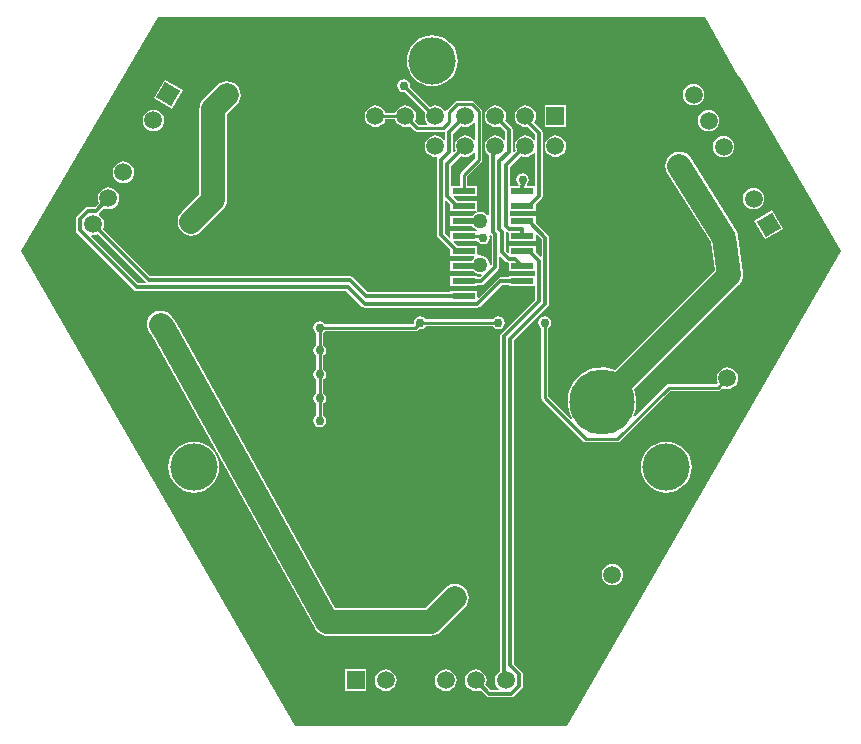
<source format=gbl>
G04*
G04 #@! TF.GenerationSoftware,Altium Limited,Altium Designer,18.1.11 (251)*
G04*
G04 Layer_Physical_Order=2*
G04 Layer_Color=16711680*
%FSLAX24Y24*%
%MOIN*%
G70*
G01*
G75*
%ADD15C,0.0100*%
%ADD50C,0.0800*%
%ADD51C,0.0120*%
%ADD53P,0.0835X4X165.0*%
%ADD54C,0.0591*%
%ADD55R,0.0591X0.0591*%
%ADD56P,0.0835X4X285.0*%
%ADD57P,0.3071X4X105.0*%
%ADD58C,0.2172*%
%ADD59C,0.0500*%
%ADD60C,0.0150*%
%ADD61C,0.0300*%
%ADD62C,0.1575*%
%ADD63R,0.0770X0.0210*%
G36*
X52988Y45651D02*
X52998Y45639D01*
X53006Y45627D01*
X53012Y45623D01*
X53016Y45618D01*
X53030Y45611D01*
X53043Y45602D01*
X53049Y45601D01*
X56420Y39800D01*
X47285Y23962D01*
X38215D01*
X29074Y39807D01*
X33664Y47588D01*
X51894D01*
X52988Y45651D01*
D02*
G37*
%LPC*%
G36*
X42800Y47002D02*
X42634Y46985D01*
X42474Y46937D01*
X42327Y46858D01*
X42198Y46752D01*
X42092Y46623D01*
X42013Y46476D01*
X41965Y46316D01*
X41948Y46150D01*
X41965Y45984D01*
X42013Y45824D01*
X42092Y45677D01*
X42198Y45548D01*
X42327Y45442D01*
X42474Y45363D01*
X42634Y45315D01*
X42800Y45299D01*
X42966Y45315D01*
X43126Y45363D01*
X43273Y45442D01*
X43402Y45548D01*
X43508Y45677D01*
X43587Y45824D01*
X43635Y45984D01*
X43651Y46150D01*
X43635Y46316D01*
X43587Y46476D01*
X43508Y46623D01*
X43402Y46752D01*
X43273Y46858D01*
X43126Y46937D01*
X42966Y46985D01*
X42800Y47002D01*
D02*
G37*
G36*
X51509Y45372D02*
X51417Y45360D01*
X51330Y45324D01*
X51256Y45267D01*
X51199Y45193D01*
X51163Y45107D01*
X51151Y45014D01*
X51163Y44921D01*
X51199Y44835D01*
X51256Y44761D01*
X51330Y44704D01*
X51417Y44668D01*
X51509Y44656D01*
X51602Y44668D01*
X51689Y44704D01*
X51763Y44761D01*
X51820Y44835D01*
X51855Y44921D01*
X51868Y45014D01*
X51855Y45107D01*
X51820Y45193D01*
X51763Y45267D01*
X51689Y45324D01*
X51602Y45360D01*
X51509Y45372D01*
D02*
G37*
G36*
X33875Y45514D02*
X33520Y44898D01*
X34136Y44543D01*
X34491Y45159D01*
X33875Y45514D01*
D02*
G37*
G36*
X41850Y45529D02*
X41768Y45513D01*
X41699Y45466D01*
X41652Y45397D01*
X41636Y45315D01*
X41652Y45233D01*
X41699Y45163D01*
X41768Y45117D01*
X41850Y45101D01*
X41884Y45108D01*
X42567Y44425D01*
X42554Y44393D01*
X42542Y44300D01*
X42554Y44207D01*
X42590Y44121D01*
X42639Y44057D01*
X42623Y44007D01*
X42352D01*
X42218Y44140D01*
X42246Y44207D01*
X42258Y44300D01*
X42246Y44393D01*
X42210Y44479D01*
X42153Y44553D01*
X42079Y44610D01*
X41993Y44646D01*
X41900Y44658D01*
X41807Y44646D01*
X41721Y44610D01*
X41647Y44553D01*
X41590Y44479D01*
X41562Y44412D01*
X41238D01*
X41210Y44479D01*
X41153Y44553D01*
X41079Y44610D01*
X40993Y44646D01*
X40900Y44658D01*
X40807Y44646D01*
X40721Y44610D01*
X40647Y44553D01*
X40590Y44479D01*
X40554Y44393D01*
X40542Y44300D01*
X40554Y44207D01*
X40590Y44121D01*
X40647Y44047D01*
X40721Y43990D01*
X40807Y43954D01*
X40900Y43942D01*
X40993Y43954D01*
X41079Y43990D01*
X41153Y44047D01*
X41210Y44121D01*
X41238Y44188D01*
X41562D01*
X41590Y44121D01*
X41647Y44047D01*
X41721Y43990D01*
X41807Y43954D01*
X41900Y43942D01*
X41993Y43954D01*
X42060Y43982D01*
X42226Y43815D01*
X42226Y43815D01*
X42262Y43791D01*
X42305Y43783D01*
X42305Y43783D01*
X43141D01*
X43141Y43783D01*
X43184Y43791D01*
X43190Y43795D01*
X43235Y43765D01*
X43233Y43755D01*
Y43532D01*
X43183Y43515D01*
X43153Y43553D01*
X43079Y43610D01*
X42993Y43646D01*
X42900Y43658D01*
X42807Y43646D01*
X42721Y43610D01*
X42647Y43553D01*
X42590Y43479D01*
X42554Y43393D01*
X42542Y43300D01*
X42554Y43207D01*
X42590Y43121D01*
X42647Y43047D01*
X42721Y42990D01*
X42807Y42954D01*
X42900Y42942D01*
X42952Y42949D01*
X42981Y42902D01*
X42972Y42888D01*
X42963Y42841D01*
Y40349D01*
X42972Y40302D01*
X42998Y40262D01*
X43405Y39856D01*
Y39635D01*
X44180D01*
X44197Y39585D01*
X44179Y39571D01*
X44129Y39506D01*
X44112Y39465D01*
X43405D01*
Y39135D01*
X44174D01*
X44179Y39129D01*
X44244Y39079D01*
X44319Y39048D01*
X44400Y39037D01*
X44427Y39041D01*
X44450Y38994D01*
X44379Y38922D01*
X44295D01*
Y38965D01*
X43405D01*
Y38635D01*
X44295D01*
Y38678D01*
X44430D01*
X44477Y38687D01*
X44516Y38713D01*
X44987Y39184D01*
X45013Y39223D01*
X45022Y39270D01*
Y39618D01*
X45072Y39638D01*
X45262Y39448D01*
X45302Y39422D01*
X45349Y39413D01*
X45355D01*
Y39135D01*
X46223D01*
Y38965D01*
X45355D01*
Y38922D01*
X45066D01*
X45019Y38913D01*
X44980Y38887D01*
X44341Y38248D01*
X44295Y38267D01*
Y38465D01*
X43405D01*
Y38422D01*
X40651D01*
X40137Y38937D01*
X40097Y38963D01*
X40050Y38972D01*
X33405D01*
X31828Y40549D01*
X31852Y40606D01*
X31864Y40698D01*
X31852Y40791D01*
X31816Y40877D01*
X31759Y40952D01*
X31685Y41009D01*
X31684Y41009D01*
X31679Y41065D01*
X31681Y41067D01*
X31856Y41242D01*
X31913Y41218D01*
X32006Y41206D01*
X32098Y41218D01*
X32185Y41254D01*
X32259Y41311D01*
X32316Y41385D01*
X32352Y41472D01*
X32364Y41564D01*
X32352Y41657D01*
X32316Y41744D01*
X32259Y41818D01*
X32185Y41875D01*
X32098Y41910D01*
X32006Y41923D01*
X31913Y41910D01*
X31826Y41875D01*
X31752Y41818D01*
X31695Y41744D01*
X31659Y41657D01*
X31647Y41564D01*
X31659Y41472D01*
X31683Y41415D01*
X31544Y41276D01*
X31317D01*
X31270Y41267D01*
X31230Y41240D01*
X30964Y40973D01*
X30937Y40934D01*
X30928Y40887D01*
Y40500D01*
X30937Y40453D01*
X30964Y40413D01*
X32863Y38513D01*
X32903Y38487D01*
X32950Y38478D01*
X39938D01*
X40467Y37948D01*
X40507Y37922D01*
X40554Y37913D01*
X44301D01*
X44348Y37922D01*
X44388Y37948D01*
X45117Y38678D01*
X45355D01*
Y38635D01*
X46223D01*
Y38179D01*
X45092Y37048D01*
X45065Y37009D01*
X45056Y36962D01*
Y25799D01*
X44997Y25753D01*
X44940Y25679D01*
X44904Y25593D01*
X44892Y25500D01*
X44904Y25407D01*
X44940Y25321D01*
X44997Y25247D01*
X45035Y25217D01*
X45018Y25167D01*
X44756D01*
X44573Y25350D01*
X44596Y25407D01*
X44608Y25500D01*
X44596Y25593D01*
X44560Y25679D01*
X44503Y25753D01*
X44429Y25810D01*
X44343Y25846D01*
X44250Y25858D01*
X44157Y25846D01*
X44071Y25810D01*
X43997Y25753D01*
X43940Y25679D01*
X43904Y25593D01*
X43892Y25500D01*
X43904Y25407D01*
X43940Y25321D01*
X43997Y25247D01*
X44071Y25190D01*
X44157Y25154D01*
X44250Y25142D01*
X44343Y25154D01*
X44400Y25177D01*
X44619Y24958D01*
X44658Y24932D01*
X44705Y24922D01*
X45439D01*
X45485Y24932D01*
X45525Y24958D01*
X45792Y25225D01*
X45818Y25265D01*
X45828Y25311D01*
Y25689D01*
X45818Y25735D01*
X45792Y25775D01*
X45520Y26046D01*
Y36820D01*
X46657Y37956D01*
X46683Y37996D01*
X46692Y38043D01*
Y40246D01*
X46683Y40293D01*
X46657Y40333D01*
X46245Y40744D01*
Y40965D01*
X45377D01*
Y41135D01*
X46245D01*
Y41356D01*
X46442Y41552D01*
X46468Y41592D01*
X46478Y41639D01*
Y43745D01*
X46468Y43792D01*
X46442Y43831D01*
X46185Y44088D01*
X46210Y44121D01*
X46246Y44207D01*
X46258Y44300D01*
X46246Y44393D01*
X46210Y44479D01*
X46153Y44553D01*
X46079Y44610D01*
X45993Y44646D01*
X45900Y44658D01*
X45807Y44646D01*
X45721Y44610D01*
X45647Y44553D01*
X45590Y44479D01*
X45554Y44393D01*
X45542Y44300D01*
X45554Y44207D01*
X45590Y44121D01*
X45647Y44047D01*
X45721Y43990D01*
X45807Y43954D01*
X45900Y43942D01*
X45975Y43952D01*
X46233Y43694D01*
Y43532D01*
X46183Y43515D01*
X46153Y43553D01*
X46079Y43610D01*
X45993Y43646D01*
X45900Y43658D01*
X45807Y43646D01*
X45721Y43610D01*
X45647Y43553D01*
X45590Y43479D01*
X45554Y43393D01*
X45542Y43300D01*
X45554Y43207D01*
X45577Y43150D01*
X45526Y43099D01*
X45502Y43105D01*
X45478Y43121D01*
Y43845D01*
X45468Y43892D01*
X45442Y43931D01*
X45223Y44150D01*
X45246Y44207D01*
X45258Y44300D01*
X45246Y44393D01*
X45210Y44479D01*
X45153Y44553D01*
X45079Y44610D01*
X44993Y44646D01*
X44900Y44658D01*
X44807Y44646D01*
X44721Y44610D01*
X44647Y44553D01*
X44590Y44479D01*
X44554Y44393D01*
X44542Y44300D01*
X44554Y44207D01*
X44590Y44121D01*
X44647Y44047D01*
X44721Y43990D01*
X44807Y43954D01*
X44900Y43942D01*
X44993Y43954D01*
X45050Y43977D01*
X45233Y43794D01*
Y43532D01*
X45183Y43515D01*
X45153Y43553D01*
X45079Y43610D01*
X44993Y43646D01*
X44900Y43658D01*
X44807Y43646D01*
X44721Y43610D01*
X44647Y43553D01*
X44590Y43479D01*
X44554Y43393D01*
X44542Y43300D01*
X44554Y43207D01*
X44590Y43121D01*
X44647Y43047D01*
X44693Y43011D01*
Y41010D01*
X44643Y40993D01*
X44621Y41021D01*
X44556Y41071D01*
X44481Y41102D01*
X44400Y41113D01*
X44370Y41109D01*
X44324Y41112D01*
X44295Y41146D01*
X44295Y41146D01*
X44295Y41174D01*
Y41465D01*
X43642D01*
X43518Y41589D01*
X43537Y41635D01*
X44295D01*
Y41965D01*
X43962D01*
Y42304D01*
X44429Y42771D01*
X44429Y42771D01*
X44454Y42807D01*
X44462Y42850D01*
X44462Y42850D01*
Y44471D01*
X44462Y44471D01*
X44454Y44514D01*
X44429Y44551D01*
X44429Y44551D01*
X44195Y44785D01*
X44159Y44809D01*
X44116Y44817D01*
X44116Y44817D01*
X43625D01*
X43625Y44817D01*
X43582Y44809D01*
X43545Y44785D01*
X43545Y44785D01*
X43276Y44515D01*
X43260Y44491D01*
X43237Y44486D01*
X43220Y44485D01*
X43203Y44489D01*
X43153Y44553D01*
X43079Y44610D01*
X42993Y44646D01*
X42900Y44658D01*
X42807Y44646D01*
X42726Y44612D01*
X42057Y45281D01*
X42064Y45315D01*
X42048Y45397D01*
X42001Y45466D01*
X41932Y45513D01*
X41850Y45529D01*
D02*
G37*
G36*
X47255Y44655D02*
X46545D01*
Y43945D01*
X47255D01*
Y44655D01*
D02*
G37*
G36*
X33506Y44521D02*
X33413Y44509D01*
X33326Y44473D01*
X33252Y44416D01*
X33195Y44342D01*
X33159Y44255D01*
X33147Y44162D01*
X33159Y44070D01*
X33195Y43983D01*
X33252Y43909D01*
X33326Y43852D01*
X33413Y43816D01*
X33506Y43804D01*
X33598Y43816D01*
X33685Y43852D01*
X33759Y43909D01*
X33816Y43983D01*
X33852Y44070D01*
X33864Y44162D01*
X33852Y44255D01*
X33816Y44342D01*
X33759Y44416D01*
X33685Y44473D01*
X33598Y44509D01*
X33506Y44521D01*
D02*
G37*
G36*
X52009Y44506D02*
X51917Y44494D01*
X51830Y44458D01*
X51756Y44401D01*
X51699Y44327D01*
X51663Y44241D01*
X51651Y44148D01*
X51663Y44055D01*
X51699Y43969D01*
X51756Y43895D01*
X51830Y43838D01*
X51917Y43802D01*
X52009Y43790D01*
X52102Y43802D01*
X52189Y43838D01*
X52263Y43895D01*
X52320Y43969D01*
X52355Y44055D01*
X52368Y44148D01*
X52355Y44241D01*
X52320Y44327D01*
X52263Y44401D01*
X52189Y44458D01*
X52102Y44494D01*
X52009Y44506D01*
D02*
G37*
G36*
X46900Y43658D02*
X46807Y43646D01*
X46721Y43610D01*
X46647Y43553D01*
X46590Y43479D01*
X46554Y43393D01*
X46542Y43300D01*
X46554Y43207D01*
X46590Y43121D01*
X46647Y43047D01*
X46721Y42990D01*
X46807Y42954D01*
X46900Y42942D01*
X46993Y42954D01*
X47079Y42990D01*
X47153Y43047D01*
X47210Y43121D01*
X47246Y43207D01*
X47258Y43300D01*
X47246Y43393D01*
X47210Y43479D01*
X47153Y43553D01*
X47079Y43610D01*
X46993Y43646D01*
X46900Y43658D01*
D02*
G37*
G36*
X52509Y43640D02*
X52417Y43628D01*
X52330Y43592D01*
X52256Y43535D01*
X52199Y43461D01*
X52163Y43375D01*
X52151Y43282D01*
X52163Y43189D01*
X52199Y43103D01*
X52256Y43029D01*
X52330Y42972D01*
X52417Y42936D01*
X52509Y42924D01*
X52602Y42936D01*
X52689Y42972D01*
X52763Y43029D01*
X52820Y43103D01*
X52855Y43189D01*
X52868Y43282D01*
X52855Y43375D01*
X52820Y43461D01*
X52763Y43535D01*
X52689Y43592D01*
X52602Y43628D01*
X52509Y43640D01*
D02*
G37*
G36*
X32506Y42789D02*
X32413Y42777D01*
X32326Y42741D01*
X32252Y42684D01*
X32195Y42610D01*
X32159Y42523D01*
X32147Y42430D01*
X32159Y42338D01*
X32195Y42251D01*
X32252Y42177D01*
X32326Y42120D01*
X32413Y42084D01*
X32506Y42072D01*
X32598Y42084D01*
X32685Y42120D01*
X32759Y42177D01*
X32816Y42251D01*
X32852Y42338D01*
X32864Y42430D01*
X32852Y42523D01*
X32816Y42610D01*
X32759Y42684D01*
X32685Y42741D01*
X32598Y42777D01*
X32506Y42789D01*
D02*
G37*
G36*
X53509Y41908D02*
X53417Y41896D01*
X53330Y41860D01*
X53256Y41803D01*
X53199Y41729D01*
X53163Y41643D01*
X53151Y41550D01*
X53163Y41457D01*
X53199Y41371D01*
X53256Y41297D01*
X53330Y41240D01*
X53417Y41204D01*
X53509Y41192D01*
X53602Y41204D01*
X53689Y41240D01*
X53763Y41297D01*
X53820Y41371D01*
X53855Y41457D01*
X53868Y41550D01*
X53855Y41643D01*
X53820Y41729D01*
X53763Y41803D01*
X53689Y41860D01*
X53602Y41896D01*
X53509Y41908D01*
D02*
G37*
G36*
X35950Y45464D02*
X35830Y45448D01*
X35718Y45402D01*
X35622Y45328D01*
X35172Y44878D01*
X35098Y44782D01*
X35052Y44670D01*
X35044Y44610D01*
X35036Y44550D01*
X35036Y44550D01*
Y41707D01*
X34443Y41113D01*
X34369Y41017D01*
X34323Y40905D01*
X34307Y40785D01*
X34323Y40665D01*
X34369Y40553D01*
X34443Y40457D01*
X34539Y40383D01*
X34651Y40337D01*
X34771Y40321D01*
X34891Y40337D01*
X35003Y40383D01*
X35099Y40457D01*
X35828Y41186D01*
X35828Y41186D01*
X35902Y41282D01*
X35948Y41394D01*
X35956Y41454D01*
X35964Y41514D01*
X35964Y41514D01*
Y44358D01*
X36278Y44672D01*
X36352Y44768D01*
X36398Y44880D01*
X36414Y45000D01*
X36398Y45120D01*
X36352Y45232D01*
X36278Y45328D01*
X36182Y45402D01*
X36070Y45448D01*
X35950Y45464D01*
D02*
G37*
G36*
X54139Y41169D02*
X53524Y40814D01*
X53879Y40199D01*
X54495Y40554D01*
X54139Y41169D01*
D02*
G37*
G36*
X45000Y37626D02*
X44918Y37610D01*
X44849Y37563D01*
X44822Y37524D01*
X42578D01*
X42551Y37563D01*
X42482Y37610D01*
X42400Y37626D01*
X42318Y37610D01*
X42249Y37563D01*
X42202Y37494D01*
X42186Y37412D01*
X42145Y37362D01*
X39228D01*
X39201Y37401D01*
X39132Y37448D01*
X39050Y37464D01*
X38968Y37448D01*
X38899Y37401D01*
X38852Y37332D01*
X38836Y37250D01*
X38852Y37168D01*
X38899Y37099D01*
X38938Y37072D01*
Y36678D01*
X38899Y36651D01*
X38852Y36582D01*
X38836Y36500D01*
X38852Y36418D01*
X38899Y36349D01*
X38938Y36322D01*
Y35878D01*
X38899Y35851D01*
X38852Y35782D01*
X38836Y35700D01*
X38852Y35618D01*
X38899Y35549D01*
X38938Y35522D01*
Y35078D01*
X38899Y35051D01*
X38852Y34982D01*
X38836Y34900D01*
X38852Y34818D01*
X38899Y34749D01*
X38938Y34722D01*
Y34328D01*
X38899Y34301D01*
X38852Y34232D01*
X38836Y34150D01*
X38852Y34068D01*
X38899Y33999D01*
X38968Y33952D01*
X39050Y33936D01*
X39132Y33952D01*
X39201Y33999D01*
X39248Y34068D01*
X39264Y34150D01*
X39248Y34232D01*
X39201Y34301D01*
X39162Y34328D01*
Y34722D01*
X39201Y34749D01*
X39248Y34818D01*
X39264Y34900D01*
X39248Y34982D01*
X39201Y35051D01*
X39162Y35078D01*
Y35522D01*
X39201Y35549D01*
X39248Y35618D01*
X39264Y35700D01*
X39248Y35782D01*
X39201Y35851D01*
X39162Y35878D01*
Y36322D01*
X39201Y36349D01*
X39248Y36418D01*
X39264Y36500D01*
X39248Y36582D01*
X39201Y36651D01*
X39162Y36678D01*
Y37072D01*
X39201Y37099D01*
X39228Y37138D01*
X42238D01*
X42238Y37138D01*
X42281Y37146D01*
X42317Y37171D01*
X42354Y37207D01*
X42400Y37198D01*
X42482Y37214D01*
X42551Y37261D01*
X42578Y37300D01*
X44822D01*
X44849Y37261D01*
X44918Y37214D01*
X45000Y37198D01*
X45082Y37214D01*
X45151Y37261D01*
X45198Y37330D01*
X45214Y37412D01*
X45198Y37494D01*
X45151Y37563D01*
X45082Y37610D01*
X45000Y37626D01*
D02*
G37*
G36*
X51015Y43114D02*
X50895Y43093D01*
X50785Y43043D01*
X50692Y42966D01*
X50622Y42867D01*
X50579Y42753D01*
X50568Y42633D01*
X50588Y42513D01*
X50639Y42403D01*
X52092Y40088D01*
X52207Y39182D01*
X48874Y35849D01*
X48871Y35850D01*
X48698Y35902D01*
X48519Y35925D01*
X48339Y35921D01*
X48161Y35888D01*
X47991Y35827D01*
X47833Y35741D01*
X47690Y35632D01*
X47565Y35501D01*
X47463Y35352D01*
X47386Y35189D01*
X47334Y35016D01*
X47311Y34838D01*
X47316Y34657D01*
X47348Y34480D01*
X47409Y34310D01*
X47455Y34224D01*
X47415Y34194D01*
X46662Y34946D01*
Y37234D01*
X46701Y37261D01*
X46748Y37330D01*
X46764Y37412D01*
X46748Y37494D01*
X46701Y37563D01*
X46632Y37610D01*
X46550Y37626D01*
X46468Y37610D01*
X46399Y37563D01*
X46352Y37494D01*
X46336Y37412D01*
X46352Y37330D01*
X46399Y37261D01*
X46438Y37234D01*
Y34900D01*
X46438Y34900D01*
X46446Y34857D01*
X46471Y34821D01*
X47829Y33462D01*
X47829Y33462D01*
X47865Y33438D01*
X47908Y33429D01*
X47908Y33429D01*
X48971D01*
X48971Y33429D01*
X49013Y33438D01*
X49050Y33462D01*
X50729Y35141D01*
X52319D01*
X52319Y35141D01*
X52362Y35150D01*
X52399Y35174D01*
X52472Y35248D01*
X52539Y35220D01*
X52632Y35208D01*
X52725Y35220D01*
X52811Y35256D01*
X52885Y35313D01*
X52942Y35387D01*
X52978Y35473D01*
X52990Y35566D01*
X52978Y35659D01*
X52942Y35745D01*
X52885Y35819D01*
X52811Y35876D01*
X52725Y35912D01*
X52632Y35924D01*
X52539Y35912D01*
X52453Y35876D01*
X52379Y35819D01*
X52322Y35745D01*
X52286Y35659D01*
X52274Y35566D01*
X52286Y35473D01*
X52314Y35406D01*
X52273Y35366D01*
X50682D01*
X50682Y35366D01*
X50639Y35357D01*
X50603Y35333D01*
X50603Y35333D01*
X49543Y34272D01*
X49501Y34302D01*
X49532Y34366D01*
X49583Y34538D01*
X49606Y34717D01*
X49602Y34898D01*
X49569Y35075D01*
X49528Y35191D01*
X53024Y38686D01*
X53042Y38710D01*
X53062Y38730D01*
X53078Y38757D01*
X53097Y38782D01*
X53109Y38809D01*
X53123Y38835D01*
X53132Y38865D01*
X53144Y38894D01*
X53148Y38923D01*
X53155Y38952D01*
X53155Y38983D01*
X53160Y39014D01*
X53156Y39043D01*
X53156Y39073D01*
X53000Y40306D01*
X52989Y40345D01*
X52983Y40384D01*
X52974Y40403D01*
X52969Y40423D01*
X52949Y40458D01*
X52932Y40495D01*
X51425Y42897D01*
X51347Y42990D01*
X51249Y43060D01*
X51135Y43102D01*
X51015Y43114D01*
D02*
G37*
G36*
X50600Y33451D02*
X50434Y33435D01*
X50274Y33387D01*
X50127Y33308D01*
X49998Y33202D01*
X49892Y33073D01*
X49813Y32926D01*
X49765Y32766D01*
X49749Y32600D01*
X49765Y32434D01*
X49813Y32274D01*
X49892Y32127D01*
X49998Y31998D01*
X50127Y31892D01*
X50274Y31813D01*
X50434Y31765D01*
X50600Y31748D01*
X50766Y31765D01*
X50926Y31813D01*
X51073Y31892D01*
X51202Y31998D01*
X51308Y32127D01*
X51387Y32274D01*
X51435Y32434D01*
X51452Y32600D01*
X51435Y32766D01*
X51387Y32926D01*
X51308Y33073D01*
X51202Y33202D01*
X51073Y33308D01*
X50926Y33387D01*
X50766Y33435D01*
X50600Y33451D01*
D02*
G37*
G36*
X34850D02*
X34684Y33435D01*
X34524Y33387D01*
X34377Y33308D01*
X34248Y33202D01*
X34142Y33073D01*
X34063Y32926D01*
X34015Y32766D01*
X33998Y32600D01*
X34015Y32434D01*
X34063Y32274D01*
X34142Y32127D01*
X34248Y31998D01*
X34377Y31892D01*
X34524Y31813D01*
X34684Y31765D01*
X34850Y31748D01*
X35016Y31765D01*
X35176Y31813D01*
X35323Y31892D01*
X35452Y31998D01*
X35558Y32127D01*
X35637Y32274D01*
X35685Y32434D01*
X35701Y32600D01*
X35685Y32766D01*
X35637Y32926D01*
X35558Y33073D01*
X35452Y33202D01*
X35323Y33308D01*
X35176Y33387D01*
X35016Y33435D01*
X34850Y33451D01*
D02*
G37*
G36*
X48800Y29374D02*
X48707Y29362D01*
X48621Y29326D01*
X48547Y29269D01*
X48490Y29195D01*
X48454Y29109D01*
X48442Y29016D01*
X48454Y28923D01*
X48490Y28837D01*
X48547Y28763D01*
X48621Y28706D01*
X48707Y28670D01*
X48800Y28658D01*
X48893Y28670D01*
X48979Y28706D01*
X49053Y28763D01*
X49110Y28837D01*
X49146Y28923D01*
X49158Y29016D01*
X49146Y29109D01*
X49110Y29195D01*
X49053Y29269D01*
X48979Y29326D01*
X48893Y29362D01*
X48800Y29374D01*
D02*
G37*
G36*
X33720Y37813D02*
X33601Y37789D01*
X33493Y37736D01*
X33401Y37656D01*
X33334Y37556D01*
X33295Y37441D01*
X33287Y37320D01*
X33310Y37201D01*
X33364Y37093D01*
X33454Y36958D01*
X38895Y27224D01*
X38897Y27221D01*
X38898Y27218D01*
X38933Y27173D01*
X38967Y27127D01*
X38970Y27125D01*
X38972Y27122D01*
X38985Y27112D01*
X39010Y27079D01*
X39075Y27029D01*
X39150Y26998D01*
X39231Y26987D01*
X39260Y26991D01*
X39294Y26986D01*
X39297Y26986D01*
X39300Y26986D01*
X42750D01*
X42750Y26986D01*
X42810Y26994D01*
X42870Y27002D01*
X42982Y27048D01*
X43078Y27122D01*
X43878Y27922D01*
X43952Y28018D01*
X43998Y28130D01*
X44014Y28250D01*
X43998Y28370D01*
X43952Y28482D01*
X43878Y28578D01*
X43782Y28652D01*
X43670Y28698D01*
X43550Y28714D01*
X43430Y28698D01*
X43318Y28652D01*
X43222Y28578D01*
X42558Y27914D01*
X39572D01*
X34255Y37426D01*
X34244Y37441D01*
X34236Y37457D01*
X34136Y37607D01*
X34056Y37699D01*
X33956Y37766D01*
X33841Y37805D01*
X33720Y37813D01*
D02*
G37*
G36*
X40605Y25855D02*
X39895D01*
Y25145D01*
X40605D01*
Y25855D01*
D02*
G37*
G36*
X43250Y25858D02*
X43157Y25846D01*
X43071Y25810D01*
X42997Y25753D01*
X42940Y25679D01*
X42904Y25593D01*
X42892Y25500D01*
X42904Y25407D01*
X42940Y25321D01*
X42997Y25247D01*
X43071Y25190D01*
X43157Y25154D01*
X43250Y25142D01*
X43343Y25154D01*
X43429Y25190D01*
X43503Y25247D01*
X43560Y25321D01*
X43596Y25407D01*
X43608Y25500D01*
X43596Y25593D01*
X43560Y25679D01*
X43503Y25753D01*
X43429Y25810D01*
X43343Y25846D01*
X43250Y25858D01*
D02*
G37*
G36*
X41250D02*
X41157Y25846D01*
X41071Y25810D01*
X40997Y25753D01*
X40940Y25679D01*
X40904Y25593D01*
X40892Y25500D01*
X40904Y25407D01*
X40940Y25321D01*
X40997Y25247D01*
X41071Y25190D01*
X41157Y25154D01*
X41250Y25142D01*
X41343Y25154D01*
X41429Y25190D01*
X41503Y25247D01*
X41560Y25321D01*
X41596Y25407D01*
X41608Y25500D01*
X41596Y25593D01*
X41560Y25679D01*
X41503Y25753D01*
X41429Y25810D01*
X41343Y25846D01*
X41250Y25858D01*
D02*
G37*
%LPD*%
G36*
X44238Y44075D02*
Y43525D01*
X44188Y43508D01*
X44153Y43553D01*
X44079Y43610D01*
X43993Y43646D01*
X43900Y43658D01*
X43807Y43646D01*
X43721Y43610D01*
X43647Y43553D01*
X43590Y43479D01*
X43554Y43393D01*
X43542Y43300D01*
X43554Y43207D01*
X43577Y43150D01*
X43526Y43099D01*
X43502Y43105D01*
X43478Y43121D01*
Y43705D01*
X43750Y43977D01*
X43807Y43954D01*
X43900Y43942D01*
X43993Y43954D01*
X44079Y43990D01*
X44153Y44047D01*
X44188Y44092D01*
X44238Y44075D01*
D02*
G37*
G36*
X46233Y43068D02*
Y41965D01*
X46003D01*
X45957Y42013D01*
X45959Y42035D01*
X46005Y42104D01*
X46021Y42186D01*
X46005Y42268D01*
X45959Y42337D01*
X45889Y42384D01*
X45807Y42400D01*
X45725Y42384D01*
X45656Y42337D01*
X45609Y42268D01*
X45593Y42186D01*
X45609Y42104D01*
X45656Y42035D01*
X45682Y42017D01*
X45681Y41965D01*
X45377D01*
Y42604D01*
X45750Y42977D01*
X45807Y42954D01*
X45900Y42942D01*
X45993Y42954D01*
X46079Y42990D01*
X46153Y43047D01*
X46183Y43085D01*
X46233Y43068D01*
D02*
G37*
G36*
X44238Y43075D02*
Y42896D01*
X43771Y42429D01*
X43746Y42393D01*
X43738Y42350D01*
X43738Y42350D01*
Y41965D01*
X43427D01*
Y42654D01*
X43750Y42977D01*
X43807Y42954D01*
X43900Y42942D01*
X43993Y42954D01*
X44079Y42990D01*
X44153Y43047D01*
X44188Y43092D01*
X44238Y43075D01*
D02*
G37*
G36*
X33258Y38772D02*
X33250Y38738D01*
X33239Y38722D01*
X33001D01*
X31423Y40300D01*
X31446Y40348D01*
X31506Y40340D01*
X31598Y40352D01*
X31655Y40376D01*
X33258Y38772D01*
D02*
G37*
G36*
X43405Y41356D02*
Y41135D01*
X44250D01*
X44250Y41135D01*
X44250Y41135D01*
X44268Y41135D01*
X44277Y41088D01*
X44277D01*
Y41088D01*
X44244Y41071D01*
X44234Y41064D01*
X44179Y41021D01*
X44136Y40965D01*
X43405D01*
Y40635D01*
X44136D01*
X44179Y40579D01*
X44244Y40529D01*
X44278Y40515D01*
X44268Y40465D01*
X43405D01*
Y40267D01*
X43359Y40248D01*
X43207Y40399D01*
Y41483D01*
X43257Y41503D01*
X43405Y41356D01*
D02*
G37*
G36*
X44778Y40306D02*
Y39345D01*
X44761Y39333D01*
X44737Y39342D01*
X44711Y39359D01*
X44702Y39431D01*
X44671Y39506D01*
X44621Y39571D01*
X44556Y39621D01*
X44481Y39652D01*
X44400Y39663D01*
X44345Y39655D01*
X44295Y39691D01*
Y39965D01*
X43642D01*
X43518Y40089D01*
X43537Y40135D01*
X44295D01*
X44337Y40116D01*
X44349Y40099D01*
X44418Y40052D01*
X44500Y40036D01*
X44582Y40052D01*
X44651Y40099D01*
X44698Y40168D01*
X44714Y40250D01*
X44703Y40306D01*
X44748Y40330D01*
X44778Y40306D01*
D02*
G37*
G36*
X45302Y40422D02*
X45349Y40413D01*
X45355D01*
Y40135D01*
X46245D01*
Y40333D01*
X46291Y40352D01*
X46448Y40196D01*
Y39631D01*
X46398Y39610D01*
X46245Y39763D01*
Y39965D01*
X45355D01*
Y39767D01*
X45309Y39748D01*
X45242Y39814D01*
Y40402D01*
X45272Y40423D01*
X45292Y40428D01*
X45302Y40422D01*
D02*
G37*
D15*
X44116Y44705D02*
X44350Y44471D01*
Y42850D02*
Y44471D01*
X43850Y42350D02*
X44350Y42850D01*
X43625Y44705D02*
X44116D01*
X43355Y44436D02*
X43625Y44705D01*
X43355Y44109D02*
Y44436D01*
X43141Y43895D02*
X43355Y44109D01*
X42305Y43895D02*
X43141D01*
X43850Y41800D02*
Y42350D01*
X41900Y44300D02*
X42305Y43895D01*
X40900Y44300D02*
X41900D01*
X44450Y40300D02*
X44500Y40250D01*
X43850Y40300D02*
X44450D01*
X52319Y35253D02*
X52632Y35566D01*
X50682Y35253D02*
X52319D01*
X48971Y33542D02*
X50682Y35253D01*
X47908Y33542D02*
X48971D01*
X46550Y34900D02*
X47908Y33542D01*
X46550Y34900D02*
Y37412D01*
X42400D02*
X45000D01*
X42238Y37250D02*
X42400Y37412D01*
X39050Y37250D02*
X42238D01*
X39050Y36500D02*
Y37250D01*
Y35700D02*
Y36500D01*
Y34900D02*
Y35700D01*
Y34150D02*
Y34900D01*
D50*
X35500Y44550D02*
X35950Y45000D01*
X35500Y41514D02*
Y44550D01*
X34771Y40785D02*
X35500Y41514D01*
X48459Y34777D02*
X52696Y39014D01*
X52539Y40248D02*
X52696Y39014D01*
X51032Y42650D02*
X52539Y40248D01*
X33750Y37350D02*
X33850Y37200D01*
X39300Y27450D01*
X42750D01*
X43550Y28250D01*
D51*
X42865Y44300D02*
X42900D01*
X41850Y45315D02*
X42865Y44300D01*
X45800Y41800D02*
X45807Y42186D01*
X45178Y36962D02*
X46345Y38129D01*
X45398Y36871D02*
X46570Y38043D01*
X46345Y38129D02*
Y39145D01*
X46570Y38043D02*
Y40246D01*
X43634Y41300D02*
X43850D01*
X43305Y41629D02*
X43634Y41300D01*
Y39800D02*
X43850D01*
X43085Y40349D02*
X43634Y39800D01*
X43850Y38800D02*
X44430D01*
X44900Y39270D01*
X43850Y40800D02*
X44400D01*
X45255Y40629D02*
Y42655D01*
X45035Y40538D02*
X45120Y40453D01*
X44815Y40446D02*
Y43215D01*
Y40446D02*
X44900Y40361D01*
X45035Y40538D02*
Y42791D01*
X45255Y40629D02*
X45349Y40535D01*
X44900Y39270D02*
Y40361D01*
X43850Y39300D02*
X44350D01*
X44400Y39350D01*
X45120Y39764D02*
Y40453D01*
X45066Y38800D02*
X45800D01*
X44301Y38035D02*
X45066Y38800D01*
X40554Y38035D02*
X44301D01*
X39989Y38600D02*
X40554Y38035D01*
X32950Y38600D02*
X39989D01*
X31050Y40500D02*
X32950Y38600D01*
X31050Y40500D02*
Y40887D01*
X31317Y41154D01*
X31595D01*
X32006Y41564D01*
X40600Y38300D02*
X43850D01*
X40050Y38850D02*
X40600Y38300D01*
X33354Y38850D02*
X40050D01*
X31506Y40698D02*
X33354Y38850D01*
X45800Y40755D02*
X46061D01*
X45398Y25996D02*
X45705Y25689D01*
X45178Y25572D02*
Y36962D01*
Y25572D02*
X45250Y25500D01*
X45439Y25045D02*
X45705Y25311D01*
Y25689D01*
X45800Y40755D02*
Y40800D01*
X46061Y40755D02*
X46570Y40246D01*
X45398Y25996D02*
Y36871D01*
X44705Y25045D02*
X45439D01*
X44250Y25500D02*
X44705Y25045D01*
X45800Y39800D02*
X46035D01*
X46350Y39485D01*
Y39150D02*
Y39485D01*
X46345Y39145D02*
X46350Y39150D01*
X44815Y43215D02*
X44900Y43300D01*
X45120Y39764D02*
X45349Y39535D01*
Y40535D02*
X45800D01*
X45565Y39535D02*
X45800Y39300D01*
X45349Y39535D02*
X45565D01*
X43355Y43755D02*
X43900Y44300D01*
X43355Y43111D02*
Y43755D01*
X45355Y43111D02*
Y43845D01*
X44900Y44300D02*
X45355Y43845D01*
X46355Y41639D02*
Y43745D01*
X45900Y44200D02*
X46355Y43745D01*
X45900Y44200D02*
Y44300D01*
X46016Y41300D02*
X46355Y41639D01*
X45800Y41300D02*
X46016D01*
X45255Y42655D02*
X45900Y43300D01*
X45035Y42791D02*
X45355Y43111D01*
X45800Y40300D02*
Y40535D01*
X43085Y42841D02*
X43355Y43111D01*
X43085Y40349D02*
Y42841D01*
X43305Y42705D02*
X43900Y43300D01*
X43305Y41629D02*
Y42705D01*
D53*
X54009Y40684D02*
D03*
D54*
X53509Y41550D02*
D03*
X53009Y42416D02*
D03*
X52509Y43282D02*
D03*
X52009Y44148D02*
D03*
X51509Y45014D02*
D03*
X46900Y43300D02*
D03*
X45900Y44300D02*
D03*
Y43300D02*
D03*
X44900Y44300D02*
D03*
Y43300D02*
D03*
X43900Y44300D02*
D03*
Y43300D02*
D03*
X42900Y44300D02*
D03*
Y43300D02*
D03*
X41900Y44300D02*
D03*
Y43300D02*
D03*
X40900Y44300D02*
D03*
Y43300D02*
D03*
X33506Y44162D02*
D03*
X33006Y43296D02*
D03*
X32506Y42430D02*
D03*
X32006Y41564D02*
D03*
X31506Y40698D02*
D03*
X48800Y29016D02*
D03*
X52632Y35566D02*
D03*
X41250Y25500D02*
D03*
X42250D02*
D03*
X43250D02*
D03*
X44250D02*
D03*
X45250D02*
D03*
D55*
X46900Y44300D02*
D03*
X40250Y25500D02*
D03*
D56*
X34006Y45028D02*
D03*
X48300Y28150D02*
D03*
X52132Y34700D02*
D03*
D57*
X47041Y32323D02*
D03*
D58*
X48459Y34777D02*
D03*
D59*
X35950Y45000D02*
D03*
X39231Y27300D02*
D03*
X34771Y40785D02*
D03*
X33750Y37350D02*
D03*
X43550Y28250D02*
D03*
X44400Y40800D02*
D03*
Y39350D02*
D03*
X38300Y45350D02*
D03*
X37850Y28400D02*
D03*
X52550Y37400D02*
D03*
X36950Y38050D02*
D03*
D60*
X51300Y38800D02*
D03*
X51600Y39000D02*
D03*
X36035Y43068D02*
D03*
X36250Y42908D02*
D03*
X36224Y43250D02*
D03*
X36432Y43150D02*
D03*
X36346Y43450D02*
D03*
X36550Y43332D02*
D03*
X36450Y43676D02*
D03*
X36644Y43550D02*
D03*
X36850Y43424D02*
D03*
X36726Y43215D02*
D03*
X36600Y43011D02*
D03*
X36450Y42791D02*
D03*
X51100Y39100D02*
D03*
X51900Y39200D02*
D03*
X51250Y39850D02*
D03*
X51200Y39600D02*
D03*
X51450Y39535D02*
D03*
X51150Y39350D02*
D03*
X51400Y39300D02*
D03*
X51650Y39250D02*
D03*
X51350Y39050D02*
D03*
X50900Y39450D02*
D03*
X41050Y28550D02*
D03*
Y28150D02*
D03*
X40250D02*
D03*
X40050Y28350D02*
D03*
X40450D02*
D03*
X40650Y28150D02*
D03*
X40850Y28350D02*
D03*
X40650Y28550D02*
D03*
X40250D02*
D03*
X40850Y28750D02*
D03*
X40450D02*
D03*
X40050D02*
D03*
D61*
X39800Y33750D02*
D03*
X41850Y45315D02*
D03*
X45807Y42186D02*
D03*
X51032Y42650D02*
D03*
X52810Y38900D02*
D03*
X42750Y30100D02*
D03*
X48600Y40453D02*
D03*
X44500Y40250D02*
D03*
X46550Y37412D02*
D03*
X45000D02*
D03*
X41800Y39200D02*
D03*
X44430Y36800D02*
D03*
X42400Y37412D02*
D03*
X39050Y37250D02*
D03*
Y36500D02*
D03*
Y35700D02*
D03*
Y34900D02*
D03*
Y34150D02*
D03*
D62*
X50600Y32600D02*
D03*
X34850D02*
D03*
X42800Y46150D02*
D03*
D63*
X43850Y41800D02*
D03*
Y41300D02*
D03*
Y40800D02*
D03*
Y40300D02*
D03*
Y39800D02*
D03*
Y39300D02*
D03*
Y38800D02*
D03*
Y38300D02*
D03*
X45800D02*
D03*
Y38800D02*
D03*
Y39300D02*
D03*
Y39800D02*
D03*
Y40300D02*
D03*
Y40800D02*
D03*
Y41300D02*
D03*
Y41800D02*
D03*
M02*

</source>
